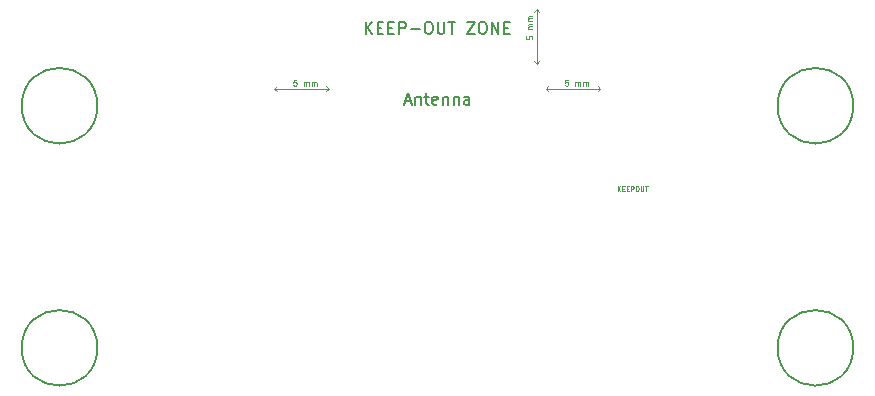
<source format=gbr>
%TF.GenerationSoftware,KiCad,Pcbnew,8.0.7*%
%TF.CreationDate,2025-01-14T17:57:31+01:00*%
%TF.ProjectId,esp32_octal_wled,65737033-325f-46f6-9374-616c5f776c65,rev?*%
%TF.SameCoordinates,Original*%
%TF.FileFunction,Other,Comment*%
%FSLAX46Y46*%
G04 Gerber Fmt 4.6, Leading zero omitted, Abs format (unit mm)*
G04 Created by KiCad (PCBNEW 8.0.7) date 2025-01-14 17:57:31*
%MOMM*%
%LPD*%
G01*
G04 APERTURE LIST*
%ADD10C,0.150000*%
%ADD11C,0.100000*%
%ADD12C,0.070000*%
G04 APERTURE END LIST*
D10*
X138923571Y-97399819D02*
X138923571Y-96399819D01*
X139494999Y-97399819D02*
X139066428Y-96828390D01*
X139494999Y-96399819D02*
X138923571Y-96971247D01*
X139923571Y-96876009D02*
X140256904Y-96876009D01*
X140399761Y-97399819D02*
X139923571Y-97399819D01*
X139923571Y-97399819D02*
X139923571Y-96399819D01*
X139923571Y-96399819D02*
X140399761Y-96399819D01*
X140828333Y-96876009D02*
X141161666Y-96876009D01*
X141304523Y-97399819D02*
X140828333Y-97399819D01*
X140828333Y-97399819D02*
X140828333Y-96399819D01*
X140828333Y-96399819D02*
X141304523Y-96399819D01*
X141733095Y-97399819D02*
X141733095Y-96399819D01*
X141733095Y-96399819D02*
X142114047Y-96399819D01*
X142114047Y-96399819D02*
X142209285Y-96447438D01*
X142209285Y-96447438D02*
X142256904Y-96495057D01*
X142256904Y-96495057D02*
X142304523Y-96590295D01*
X142304523Y-96590295D02*
X142304523Y-96733152D01*
X142304523Y-96733152D02*
X142256904Y-96828390D01*
X142256904Y-96828390D02*
X142209285Y-96876009D01*
X142209285Y-96876009D02*
X142114047Y-96923628D01*
X142114047Y-96923628D02*
X141733095Y-96923628D01*
X142733095Y-97018866D02*
X143495000Y-97018866D01*
X144161666Y-96399819D02*
X144352142Y-96399819D01*
X144352142Y-96399819D02*
X144447380Y-96447438D01*
X144447380Y-96447438D02*
X144542618Y-96542676D01*
X144542618Y-96542676D02*
X144590237Y-96733152D01*
X144590237Y-96733152D02*
X144590237Y-97066485D01*
X144590237Y-97066485D02*
X144542618Y-97256961D01*
X144542618Y-97256961D02*
X144447380Y-97352200D01*
X144447380Y-97352200D02*
X144352142Y-97399819D01*
X144352142Y-97399819D02*
X144161666Y-97399819D01*
X144161666Y-97399819D02*
X144066428Y-97352200D01*
X144066428Y-97352200D02*
X143971190Y-97256961D01*
X143971190Y-97256961D02*
X143923571Y-97066485D01*
X143923571Y-97066485D02*
X143923571Y-96733152D01*
X143923571Y-96733152D02*
X143971190Y-96542676D01*
X143971190Y-96542676D02*
X144066428Y-96447438D01*
X144066428Y-96447438D02*
X144161666Y-96399819D01*
X145018809Y-96399819D02*
X145018809Y-97209342D01*
X145018809Y-97209342D02*
X145066428Y-97304580D01*
X145066428Y-97304580D02*
X145114047Y-97352200D01*
X145114047Y-97352200D02*
X145209285Y-97399819D01*
X145209285Y-97399819D02*
X145399761Y-97399819D01*
X145399761Y-97399819D02*
X145494999Y-97352200D01*
X145494999Y-97352200D02*
X145542618Y-97304580D01*
X145542618Y-97304580D02*
X145590237Y-97209342D01*
X145590237Y-97209342D02*
X145590237Y-96399819D01*
X145923571Y-96399819D02*
X146494999Y-96399819D01*
X146209285Y-97399819D02*
X146209285Y-96399819D01*
X147495000Y-96399819D02*
X148161666Y-96399819D01*
X148161666Y-96399819D02*
X147495000Y-97399819D01*
X147495000Y-97399819D02*
X148161666Y-97399819D01*
X148733095Y-96399819D02*
X148923571Y-96399819D01*
X148923571Y-96399819D02*
X149018809Y-96447438D01*
X149018809Y-96447438D02*
X149114047Y-96542676D01*
X149114047Y-96542676D02*
X149161666Y-96733152D01*
X149161666Y-96733152D02*
X149161666Y-97066485D01*
X149161666Y-97066485D02*
X149114047Y-97256961D01*
X149114047Y-97256961D02*
X149018809Y-97352200D01*
X149018809Y-97352200D02*
X148923571Y-97399819D01*
X148923571Y-97399819D02*
X148733095Y-97399819D01*
X148733095Y-97399819D02*
X148637857Y-97352200D01*
X148637857Y-97352200D02*
X148542619Y-97256961D01*
X148542619Y-97256961D02*
X148495000Y-97066485D01*
X148495000Y-97066485D02*
X148495000Y-96733152D01*
X148495000Y-96733152D02*
X148542619Y-96542676D01*
X148542619Y-96542676D02*
X148637857Y-96447438D01*
X148637857Y-96447438D02*
X148733095Y-96399819D01*
X149590238Y-97399819D02*
X149590238Y-96399819D01*
X149590238Y-96399819D02*
X150161666Y-97399819D01*
X150161666Y-97399819D02*
X150161666Y-96399819D01*
X150637857Y-96876009D02*
X150971190Y-96876009D01*
X151114047Y-97399819D02*
X150637857Y-97399819D01*
X150637857Y-97399819D02*
X150637857Y-96399819D01*
X150637857Y-96399819D02*
X151114047Y-96399819D01*
X142233095Y-103114104D02*
X142709285Y-103114104D01*
X142137857Y-103399819D02*
X142471190Y-102399819D01*
X142471190Y-102399819D02*
X142804523Y-103399819D01*
X143137857Y-102733152D02*
X143137857Y-103399819D01*
X143137857Y-102828390D02*
X143185476Y-102780771D01*
X143185476Y-102780771D02*
X143280714Y-102733152D01*
X143280714Y-102733152D02*
X143423571Y-102733152D01*
X143423571Y-102733152D02*
X143518809Y-102780771D01*
X143518809Y-102780771D02*
X143566428Y-102876009D01*
X143566428Y-102876009D02*
X143566428Y-103399819D01*
X143899762Y-102733152D02*
X144280714Y-102733152D01*
X144042619Y-102399819D02*
X144042619Y-103256961D01*
X144042619Y-103256961D02*
X144090238Y-103352200D01*
X144090238Y-103352200D02*
X144185476Y-103399819D01*
X144185476Y-103399819D02*
X144280714Y-103399819D01*
X144995000Y-103352200D02*
X144899762Y-103399819D01*
X144899762Y-103399819D02*
X144709286Y-103399819D01*
X144709286Y-103399819D02*
X144614048Y-103352200D01*
X144614048Y-103352200D02*
X144566429Y-103256961D01*
X144566429Y-103256961D02*
X144566429Y-102876009D01*
X144566429Y-102876009D02*
X144614048Y-102780771D01*
X144614048Y-102780771D02*
X144709286Y-102733152D01*
X144709286Y-102733152D02*
X144899762Y-102733152D01*
X144899762Y-102733152D02*
X144995000Y-102780771D01*
X144995000Y-102780771D02*
X145042619Y-102876009D01*
X145042619Y-102876009D02*
X145042619Y-102971247D01*
X145042619Y-102971247D02*
X144566429Y-103066485D01*
X145471191Y-102733152D02*
X145471191Y-103399819D01*
X145471191Y-102828390D02*
X145518810Y-102780771D01*
X145518810Y-102780771D02*
X145614048Y-102733152D01*
X145614048Y-102733152D02*
X145756905Y-102733152D01*
X145756905Y-102733152D02*
X145852143Y-102780771D01*
X145852143Y-102780771D02*
X145899762Y-102876009D01*
X145899762Y-102876009D02*
X145899762Y-103399819D01*
X146375953Y-102733152D02*
X146375953Y-103399819D01*
X146375953Y-102828390D02*
X146423572Y-102780771D01*
X146423572Y-102780771D02*
X146518810Y-102733152D01*
X146518810Y-102733152D02*
X146661667Y-102733152D01*
X146661667Y-102733152D02*
X146756905Y-102780771D01*
X146756905Y-102780771D02*
X146804524Y-102876009D01*
X146804524Y-102876009D02*
X146804524Y-103399819D01*
X147709286Y-103399819D02*
X147709286Y-102876009D01*
X147709286Y-102876009D02*
X147661667Y-102780771D01*
X147661667Y-102780771D02*
X147566429Y-102733152D01*
X147566429Y-102733152D02*
X147375953Y-102733152D01*
X147375953Y-102733152D02*
X147280715Y-102780771D01*
X147709286Y-103352200D02*
X147614048Y-103399819D01*
X147614048Y-103399819D02*
X147375953Y-103399819D01*
X147375953Y-103399819D02*
X147280715Y-103352200D01*
X147280715Y-103352200D02*
X147233096Y-103256961D01*
X147233096Y-103256961D02*
X147233096Y-103161723D01*
X147233096Y-103161723D02*
X147280715Y-103066485D01*
X147280715Y-103066485D02*
X147375953Y-103018866D01*
X147375953Y-103018866D02*
X147614048Y-103018866D01*
X147614048Y-103018866D02*
X147709286Y-102971247D01*
D11*
X156056904Y-101296109D02*
X155818809Y-101296109D01*
X155818809Y-101296109D02*
X155795000Y-101534204D01*
X155795000Y-101534204D02*
X155818809Y-101510395D01*
X155818809Y-101510395D02*
X155866428Y-101486585D01*
X155866428Y-101486585D02*
X155985476Y-101486585D01*
X155985476Y-101486585D02*
X156033095Y-101510395D01*
X156033095Y-101510395D02*
X156056904Y-101534204D01*
X156056904Y-101534204D02*
X156080714Y-101581823D01*
X156080714Y-101581823D02*
X156080714Y-101700871D01*
X156080714Y-101700871D02*
X156056904Y-101748490D01*
X156056904Y-101748490D02*
X156033095Y-101772300D01*
X156033095Y-101772300D02*
X155985476Y-101796109D01*
X155985476Y-101796109D02*
X155866428Y-101796109D01*
X155866428Y-101796109D02*
X155818809Y-101772300D01*
X155818809Y-101772300D02*
X155795000Y-101748490D01*
X156675951Y-101796109D02*
X156675951Y-101462776D01*
X156675951Y-101510395D02*
X156699761Y-101486585D01*
X156699761Y-101486585D02*
X156747380Y-101462776D01*
X156747380Y-101462776D02*
X156818808Y-101462776D01*
X156818808Y-101462776D02*
X156866427Y-101486585D01*
X156866427Y-101486585D02*
X156890237Y-101534204D01*
X156890237Y-101534204D02*
X156890237Y-101796109D01*
X156890237Y-101534204D02*
X156914046Y-101486585D01*
X156914046Y-101486585D02*
X156961665Y-101462776D01*
X156961665Y-101462776D02*
X157033094Y-101462776D01*
X157033094Y-101462776D02*
X157080713Y-101486585D01*
X157080713Y-101486585D02*
X157104523Y-101534204D01*
X157104523Y-101534204D02*
X157104523Y-101796109D01*
X157342618Y-101796109D02*
X157342618Y-101462776D01*
X157342618Y-101510395D02*
X157366428Y-101486585D01*
X157366428Y-101486585D02*
X157414047Y-101462776D01*
X157414047Y-101462776D02*
X157485475Y-101462776D01*
X157485475Y-101462776D02*
X157533094Y-101486585D01*
X157533094Y-101486585D02*
X157556904Y-101534204D01*
X157556904Y-101534204D02*
X157556904Y-101796109D01*
X157556904Y-101534204D02*
X157580713Y-101486585D01*
X157580713Y-101486585D02*
X157628332Y-101462776D01*
X157628332Y-101462776D02*
X157699761Y-101462776D01*
X157699761Y-101462776D02*
X157747380Y-101486585D01*
X157747380Y-101486585D02*
X157771190Y-101534204D01*
X157771190Y-101534204D02*
X157771190Y-101796109D01*
X133056904Y-101296109D02*
X132818809Y-101296109D01*
X132818809Y-101296109D02*
X132795000Y-101534204D01*
X132795000Y-101534204D02*
X132818809Y-101510395D01*
X132818809Y-101510395D02*
X132866428Y-101486585D01*
X132866428Y-101486585D02*
X132985476Y-101486585D01*
X132985476Y-101486585D02*
X133033095Y-101510395D01*
X133033095Y-101510395D02*
X133056904Y-101534204D01*
X133056904Y-101534204D02*
X133080714Y-101581823D01*
X133080714Y-101581823D02*
X133080714Y-101700871D01*
X133080714Y-101700871D02*
X133056904Y-101748490D01*
X133056904Y-101748490D02*
X133033095Y-101772300D01*
X133033095Y-101772300D02*
X132985476Y-101796109D01*
X132985476Y-101796109D02*
X132866428Y-101796109D01*
X132866428Y-101796109D02*
X132818809Y-101772300D01*
X132818809Y-101772300D02*
X132795000Y-101748490D01*
X133675951Y-101796109D02*
X133675951Y-101462776D01*
X133675951Y-101510395D02*
X133699761Y-101486585D01*
X133699761Y-101486585D02*
X133747380Y-101462776D01*
X133747380Y-101462776D02*
X133818808Y-101462776D01*
X133818808Y-101462776D02*
X133866427Y-101486585D01*
X133866427Y-101486585D02*
X133890237Y-101534204D01*
X133890237Y-101534204D02*
X133890237Y-101796109D01*
X133890237Y-101534204D02*
X133914046Y-101486585D01*
X133914046Y-101486585D02*
X133961665Y-101462776D01*
X133961665Y-101462776D02*
X134033094Y-101462776D01*
X134033094Y-101462776D02*
X134080713Y-101486585D01*
X134080713Y-101486585D02*
X134104523Y-101534204D01*
X134104523Y-101534204D02*
X134104523Y-101796109D01*
X134342618Y-101796109D02*
X134342618Y-101462776D01*
X134342618Y-101510395D02*
X134366428Y-101486585D01*
X134366428Y-101486585D02*
X134414047Y-101462776D01*
X134414047Y-101462776D02*
X134485475Y-101462776D01*
X134485475Y-101462776D02*
X134533094Y-101486585D01*
X134533094Y-101486585D02*
X134556904Y-101534204D01*
X134556904Y-101534204D02*
X134556904Y-101796109D01*
X134556904Y-101534204D02*
X134580713Y-101486585D01*
X134580713Y-101486585D02*
X134628332Y-101462776D01*
X134628332Y-101462776D02*
X134699761Y-101462776D01*
X134699761Y-101462776D02*
X134747380Y-101486585D01*
X134747380Y-101486585D02*
X134771190Y-101534204D01*
X134771190Y-101534204D02*
X134771190Y-101796109D01*
X152521109Y-97608095D02*
X152521109Y-97846190D01*
X152521109Y-97846190D02*
X152759204Y-97869999D01*
X152759204Y-97869999D02*
X152735395Y-97846190D01*
X152735395Y-97846190D02*
X152711585Y-97798571D01*
X152711585Y-97798571D02*
X152711585Y-97679523D01*
X152711585Y-97679523D02*
X152735395Y-97631904D01*
X152735395Y-97631904D02*
X152759204Y-97608095D01*
X152759204Y-97608095D02*
X152806823Y-97584285D01*
X152806823Y-97584285D02*
X152925871Y-97584285D01*
X152925871Y-97584285D02*
X152973490Y-97608095D01*
X152973490Y-97608095D02*
X152997300Y-97631904D01*
X152997300Y-97631904D02*
X153021109Y-97679523D01*
X153021109Y-97679523D02*
X153021109Y-97798571D01*
X153021109Y-97798571D02*
X152997300Y-97846190D01*
X152997300Y-97846190D02*
X152973490Y-97869999D01*
X153021109Y-96989048D02*
X152687776Y-96989048D01*
X152735395Y-96989048D02*
X152711585Y-96965238D01*
X152711585Y-96965238D02*
X152687776Y-96917619D01*
X152687776Y-96917619D02*
X152687776Y-96846191D01*
X152687776Y-96846191D02*
X152711585Y-96798572D01*
X152711585Y-96798572D02*
X152759204Y-96774762D01*
X152759204Y-96774762D02*
X153021109Y-96774762D01*
X152759204Y-96774762D02*
X152711585Y-96750953D01*
X152711585Y-96750953D02*
X152687776Y-96703334D01*
X152687776Y-96703334D02*
X152687776Y-96631905D01*
X152687776Y-96631905D02*
X152711585Y-96584286D01*
X152711585Y-96584286D02*
X152759204Y-96560476D01*
X152759204Y-96560476D02*
X153021109Y-96560476D01*
X153021109Y-96322381D02*
X152687776Y-96322381D01*
X152735395Y-96322381D02*
X152711585Y-96298571D01*
X152711585Y-96298571D02*
X152687776Y-96250952D01*
X152687776Y-96250952D02*
X152687776Y-96179524D01*
X152687776Y-96179524D02*
X152711585Y-96131905D01*
X152711585Y-96131905D02*
X152759204Y-96108095D01*
X152759204Y-96108095D02*
X153021109Y-96108095D01*
X152759204Y-96108095D02*
X152711585Y-96084286D01*
X152711585Y-96084286D02*
X152687776Y-96036667D01*
X152687776Y-96036667D02*
X152687776Y-95965238D01*
X152687776Y-95965238D02*
X152711585Y-95917619D01*
X152711585Y-95917619D02*
X152759204Y-95893809D01*
X152759204Y-95893809D02*
X153021109Y-95893809D01*
D12*
X160261904Y-110716407D02*
X160261904Y-110316407D01*
X160490475Y-110716407D02*
X160319046Y-110487836D01*
X160490475Y-110316407D02*
X160261904Y-110544979D01*
X160661904Y-110506883D02*
X160795237Y-110506883D01*
X160852380Y-110716407D02*
X160661904Y-110716407D01*
X160661904Y-110716407D02*
X160661904Y-110316407D01*
X160661904Y-110316407D02*
X160852380Y-110316407D01*
X161023809Y-110506883D02*
X161157142Y-110506883D01*
X161214285Y-110716407D02*
X161023809Y-110716407D01*
X161023809Y-110716407D02*
X161023809Y-110316407D01*
X161023809Y-110316407D02*
X161214285Y-110316407D01*
X161385714Y-110716407D02*
X161385714Y-110316407D01*
X161385714Y-110316407D02*
X161538095Y-110316407D01*
X161538095Y-110316407D02*
X161576190Y-110335455D01*
X161576190Y-110335455D02*
X161595237Y-110354502D01*
X161595237Y-110354502D02*
X161614285Y-110392598D01*
X161614285Y-110392598D02*
X161614285Y-110449740D01*
X161614285Y-110449740D02*
X161595237Y-110487836D01*
X161595237Y-110487836D02*
X161576190Y-110506883D01*
X161576190Y-110506883D02*
X161538095Y-110525931D01*
X161538095Y-110525931D02*
X161385714Y-110525931D01*
X161861904Y-110316407D02*
X161938095Y-110316407D01*
X161938095Y-110316407D02*
X161976190Y-110335455D01*
X161976190Y-110335455D02*
X162014285Y-110373550D01*
X162014285Y-110373550D02*
X162033333Y-110449740D01*
X162033333Y-110449740D02*
X162033333Y-110583074D01*
X162033333Y-110583074D02*
X162014285Y-110659264D01*
X162014285Y-110659264D02*
X161976190Y-110697360D01*
X161976190Y-110697360D02*
X161938095Y-110716407D01*
X161938095Y-110716407D02*
X161861904Y-110716407D01*
X161861904Y-110716407D02*
X161823809Y-110697360D01*
X161823809Y-110697360D02*
X161785714Y-110659264D01*
X161785714Y-110659264D02*
X161766666Y-110583074D01*
X161766666Y-110583074D02*
X161766666Y-110449740D01*
X161766666Y-110449740D02*
X161785714Y-110373550D01*
X161785714Y-110373550D02*
X161823809Y-110335455D01*
X161823809Y-110335455D02*
X161861904Y-110316407D01*
X162204762Y-110316407D02*
X162204762Y-110640217D01*
X162204762Y-110640217D02*
X162223809Y-110678312D01*
X162223809Y-110678312D02*
X162242857Y-110697360D01*
X162242857Y-110697360D02*
X162280952Y-110716407D01*
X162280952Y-110716407D02*
X162357143Y-110716407D01*
X162357143Y-110716407D02*
X162395238Y-110697360D01*
X162395238Y-110697360D02*
X162414285Y-110678312D01*
X162414285Y-110678312D02*
X162433333Y-110640217D01*
X162433333Y-110640217D02*
X162433333Y-110316407D01*
X162566667Y-110316407D02*
X162795238Y-110316407D01*
X162680952Y-110716407D02*
X162680952Y-110316407D01*
D10*
%TO.C,H4*%
X116200000Y-124000000D02*
G75*
G02*
X109800000Y-124000000I-3200000J0D01*
G01*
X109800000Y-124000000D02*
G75*
G02*
X116200000Y-124000000I3200000J0D01*
G01*
%TO.C,H2*%
X180200000Y-103500000D02*
G75*
G02*
X173800000Y-103500000I-3200000J0D01*
G01*
X173800000Y-103500000D02*
G75*
G02*
X180200000Y-103500000I3200000J0D01*
G01*
D11*
%TO.C,U2*%
X131195000Y-102070000D02*
X131395000Y-101870000D01*
X131195000Y-102070000D02*
X131395000Y-102270000D01*
X131195000Y-102070000D02*
X135795000Y-102070000D01*
X135795000Y-102070000D02*
X135595000Y-101870000D01*
X135795000Y-102070000D02*
X135595000Y-102270000D01*
X153395000Y-95345000D02*
X153195000Y-95545000D01*
X153395000Y-95345000D02*
X153595000Y-95545000D01*
X153395000Y-99945000D02*
X153195000Y-99745000D01*
X153395000Y-99945000D02*
X153395000Y-95345000D01*
X153395000Y-99945000D02*
X153595000Y-99745000D01*
X154195000Y-102070000D02*
X154395000Y-101870000D01*
X154195000Y-102070000D02*
X154395000Y-102270000D01*
X154195000Y-102070000D02*
X158795000Y-102070000D01*
X158795000Y-102070000D02*
X158595000Y-101870000D01*
X158795000Y-102070000D02*
X158595000Y-102270000D01*
D10*
%TO.C,H1*%
X116200000Y-103500000D02*
G75*
G02*
X109800000Y-103500000I-3200000J0D01*
G01*
X109800000Y-103500000D02*
G75*
G02*
X116200000Y-103500000I3200000J0D01*
G01*
%TO.C,H3*%
X180200000Y-124000000D02*
G75*
G02*
X173800000Y-124000000I-3200000J0D01*
G01*
X173800000Y-124000000D02*
G75*
G02*
X180200000Y-124000000I3200000J0D01*
G01*
%TD*%
M02*

</source>
